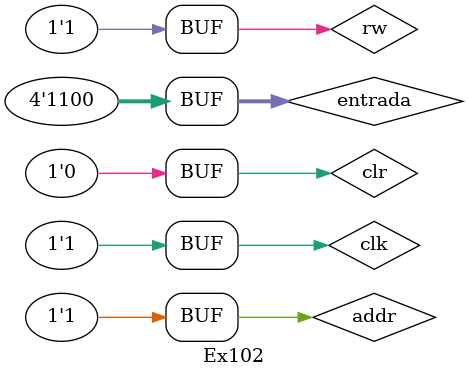
<source format=v>

`include "Exercicio101.v" 
 
module Mux (output saida, input ent1, input ent2, input chave);
	
	wire [1:0] s;
	wire snot;
	
	not NOT0 (snot, chave);
	and AND0 (s[0], ent1, snot);
	and AND1 (s[1], ent2, chave);  
	or OR0 (saida, s[0], s[1]);
	  
endmodule

module Demux (output saida0, output saida1, input chave);
	
	wire snot;
	
	not NOT0 (snot, chave);
	and AND0 (saida0, 1, snot);
	and AND1 (saida1, 1, chave);  
	  
endmodule // Demux 	

module Exercicio102(output [3:0]saida, input [3:0]inp, input clk, input addr, input rw,  input clr );
	
	wire s1, s2;
	wire [3:0]saida1; 
	wire [3:0]saida2; 
	
	Demux dmx (s1,s2, addr);
	
	Exercicio101 mem1(saida1, inp, clk, s1, rw, clr);
	Exercicio101 mem2(saida2, inp, clk, s2, rw, clr);	
	
	Mux MUX1 (saida[0], saida1[0], saida2[0], addr);
	Mux MUX2 (saida[1], saida1[1], saida2[1], addr);
	Mux MUX3 (saida[2], saida1[2], saida2[2], addr);
	Mux MUX4 (saida[3], saida1[3], saida2[3], addr);

endmodule	
 
module Ex102; 
	 
	reg [3:0]entrada;
	reg clk;
	reg addr;
	reg rw;
	reg clr; 
	wire [3:0]saida;
	 
	Exercicio102 mod1 (saida, entrada, clk, addr, rw, clr);
	
	initial begin
	$display("Entrada\tClk\tAddr\tR/W\tClr\tSaida\n");
	#1 entrada = 1110;  clk = 1;  addr = 0;  rw = 1;  clr = 1;
	$monitor("%4b\t%1b\t%1b\t%1b\t%1b\t%4b",entrada, clk, addr, rw, clr, saida);
	#1 entrada = 1101;  clk = 0;  addr = 1;  rw = 1;  clr = 0;
	#1 entrada = 1100;  clk = 1;  addr = 1;  rw = 1;  clr = 0;
	end		 
endmodule 
			 
</source>
